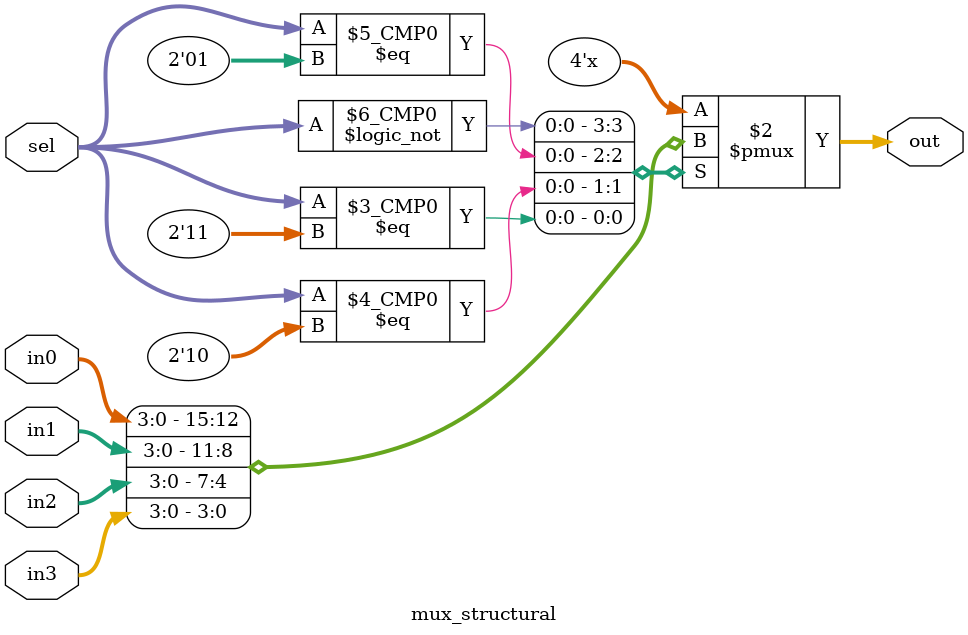
<source format=v>
module mux_structural(
    input [3:0] in0,
    input [3:0] in1,
    input [3:0] in2,
    input [3:0] in3,
    input [1:0] sel,
    output reg [3:0] out
    );
    
    always@(*)
        begin
            case(sel)
                    0:
                        out=in0;
                    
                    1:
                        out=in1;    
                    
                    2:
                        out=in2;    
                        
                    3:
                        out=in3;            
            endcase
        end
endmodule

</source>
